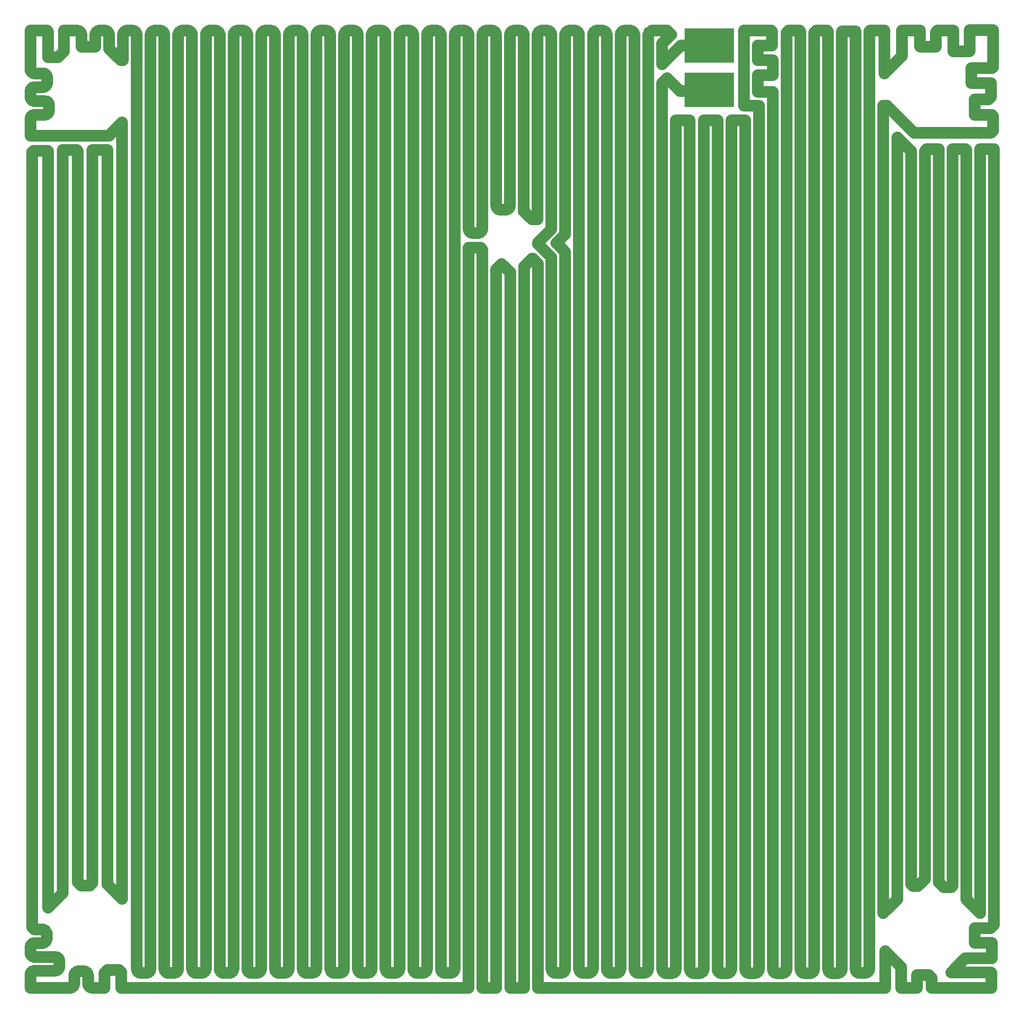
<source format=gbr>
G04 #@! TF.GenerationSoftware,KiCad,Pcbnew,7.0.6*
G04 #@! TF.CreationDate,2023-10-21T01:30:07+00:00*
G04 #@! TF.ProjectId,HeatedBedFoil,48656174-6564-4426-9564-466f696c2e6b,rev?*
G04 #@! TF.SameCoordinates,Original*
G04 #@! TF.FileFunction,Copper,L1,Top*
G04 #@! TF.FilePolarity,Positive*
%FSLAX46Y46*%
G04 Gerber Fmt 4.6, Leading zero omitted, Abs format (unit mm)*
G04 Created by KiCad (PCBNEW 7.0.6) date 2023-10-21 01:30:07*
%MOMM*%
%LPD*%
G01*
G04 APERTURE LIST*
G04 #@! TA.AperFunction,SMDPad,CuDef*
%ADD10R,10.000000X7.000000*%
G04 #@! TD*
G04 #@! TA.AperFunction,Conductor*
%ADD11C,2.400000*%
G04 #@! TD*
G04 APERTURE END LIST*
D10*
X179900000Y-46000000D03*
X179900000Y-55000000D03*
D11*
X108760000Y-43840000D02*
X108760000Y-233160000D01*
X77960000Y-233160000D02*
X77960000Y-43840000D01*
X237400000Y-63300000D02*
X237400000Y-60300000D01*
X229200000Y-216400000D02*
X229200000Y-67000000D01*
X192500000Y-43000000D02*
X192600000Y-43100000D01*
X69560000Y-43840000D02*
X69560000Y-233160000D01*
X148991587Y-86063461D02*
X150760000Y-84295048D01*
X223600000Y-215000000D02*
X223600000Y-67400000D01*
X192800000Y-49000000D02*
X192800000Y-52000000D01*
X237100000Y-237000000D02*
X225000000Y-237000000D01*
X66760000Y-233160000D02*
X66760000Y-43840000D01*
X215200000Y-60800000D02*
X215200000Y-221896342D01*
X53254000Y-233650000D02*
X52134000Y-233650000D01*
X220800000Y-216000000D02*
X221200000Y-216400000D01*
X119960000Y-43840000D02*
X119960000Y-233160000D01*
X45910000Y-67310000D02*
X46000000Y-67400000D01*
X211520000Y-234000000D02*
X210400000Y-234000000D01*
X170400000Y-49800000D02*
X174200000Y-46000000D01*
X189800000Y-55400000D02*
X192800000Y-55400000D01*
X209560000Y-233160000D02*
X209560000Y-43160000D01*
X167560000Y-233160000D02*
X167560000Y-43840000D01*
X237200000Y-50600000D02*
X237400000Y-50400000D01*
X43203479Y-225125479D02*
X42800000Y-224722000D01*
X42400000Y-237000000D02*
X42400000Y-234362000D01*
X223600000Y-67400000D02*
X224000000Y-67000000D01*
X55560000Y-46300000D02*
X55560000Y-43840000D01*
X237100000Y-234000000D02*
X237100000Y-237000000D01*
X237400000Y-50400000D02*
X237400000Y-42900000D01*
X150760000Y-87800000D02*
X149023461Y-86063461D01*
X232000000Y-67200000D02*
X232000000Y-219100000D01*
X132000000Y-84000000D02*
X133120000Y-84000000D01*
X204000000Y-233200000D02*
X204000000Y-43200000D01*
X52000000Y-215600000D02*
X52700000Y-216300000D01*
X222600000Y-43000000D02*
X219000000Y-43000000D01*
X128360000Y-233160000D02*
X128360000Y-43840000D01*
X176840000Y-234040000D02*
X177960000Y-234040000D01*
X147960000Y-88960000D02*
X147960000Y-233160000D01*
X123600000Y-43000000D02*
X124720000Y-43000000D01*
X137900000Y-90300000D02*
X136800000Y-91400000D01*
X139560000Y-78460000D02*
X139560000Y-43840000D01*
X134800000Y-43000000D02*
X135920000Y-43000000D01*
X181600000Y-61200000D02*
X181600000Y-233200000D01*
X182440000Y-234040000D02*
X183560000Y-234040000D01*
X105960000Y-233160000D02*
X105960000Y-43840000D01*
X218800000Y-237000000D02*
X218800000Y-232800000D01*
X61000000Y-61600000D02*
X58338000Y-64262000D01*
X42800000Y-67602000D02*
X43092000Y-67310000D01*
X148800000Y-234000000D02*
X149920000Y-234000000D01*
X222000000Y-234400000D02*
X222000000Y-237000000D01*
X192800000Y-55400000D02*
X192800000Y-233200000D01*
X233700000Y-227900000D02*
X233700000Y-224900000D01*
X144000000Y-89200000D02*
X142400000Y-90800000D01*
X46000000Y-43200000D02*
X46000000Y-48400000D01*
X115200000Y-234000000D02*
X116320000Y-234000000D01*
X203800000Y-43000000D02*
X201600000Y-43000000D01*
X178800000Y-61200000D02*
X181600000Y-61200000D01*
X101200000Y-43000000D02*
X102320000Y-43000000D01*
X162800000Y-43000000D02*
X163920000Y-43000000D01*
X161960000Y-233160000D02*
X161960000Y-43840000D01*
X57400000Y-234000000D02*
X57400000Y-237000000D01*
X171402641Y-43002641D02*
X172200000Y-43800000D01*
X176000000Y-61200000D02*
X176000000Y-233200000D01*
X237600000Y-224200000D02*
X237600000Y-213200000D01*
X189800000Y-49000000D02*
X192800000Y-49000000D01*
X234800000Y-67000000D02*
X237600000Y-67000000D01*
X58000000Y-216000000D02*
X61000000Y-219000000D01*
X44977377Y-225125479D02*
X43203479Y-225125479D01*
X174200000Y-46000000D02*
X179400000Y-46000000D01*
X52700000Y-216300000D02*
X54500000Y-216300000D01*
X117160000Y-233160000D02*
X117160000Y-43840000D01*
X50454000Y-237000000D02*
X42400000Y-237000000D01*
X226400000Y-215600000D02*
X227400000Y-216600000D01*
X73200000Y-43000000D02*
X74320000Y-43000000D01*
X42400000Y-50800000D02*
X42400000Y-43000000D01*
X195600000Y-233200000D02*
X195600000Y-43400000D01*
X67600000Y-43000000D02*
X68720000Y-43000000D01*
X43092000Y-67310000D02*
X45910000Y-67310000D01*
X173200000Y-61200000D02*
X176000000Y-61200000D01*
X72360000Y-233160000D02*
X72360000Y-43840000D01*
X111560000Y-233160000D02*
X111560000Y-43840000D01*
X222700000Y-46300000D02*
X222600000Y-46200000D01*
X215400000Y-43000000D02*
X212520000Y-43000000D01*
X200360000Y-234040000D02*
X199240000Y-234040000D01*
X145200000Y-90200000D02*
X144200000Y-89200000D01*
X236900000Y-224900000D02*
X237600000Y-224200000D01*
X230100000Y-47100000D02*
X230000000Y-47200000D01*
X233700000Y-56900000D02*
X236500000Y-56900000D01*
X215896342Y-58200000D02*
X221396342Y-63700000D01*
X236900000Y-227900000D02*
X233700000Y-227900000D01*
X90000000Y-43000000D02*
X91120000Y-43000000D01*
X86360000Y-43840000D02*
X86360000Y-233160000D01*
X60400000Y-233400000D02*
X58000000Y-233400000D01*
X187200000Y-61200000D02*
X187200000Y-233200000D01*
X76000000Y-234000000D02*
X77120000Y-234000000D01*
X136760000Y-43840000D02*
X136760000Y-78422255D01*
X228926171Y-233861829D02*
X236961829Y-233861829D01*
X236961829Y-233861829D02*
X237100000Y-234000000D01*
X190000000Y-58200000D02*
X187000000Y-58200000D01*
X236900000Y-231000000D02*
X231788000Y-231000000D01*
X198400000Y-233200000D02*
X198400000Y-43200000D01*
X204000000Y-43200000D02*
X203800000Y-43000000D01*
X60703658Y-49000000D02*
X61160000Y-49000000D01*
X149023461Y-86063461D02*
X148991587Y-86063461D01*
X156360000Y-233160000D02*
X156360000Y-43840000D01*
X150760000Y-84295048D02*
X150760000Y-43840000D01*
X229400000Y-47200000D02*
X229400000Y-43000000D01*
X227400000Y-216600000D02*
X229000000Y-216600000D01*
X52000000Y-67400000D02*
X52000000Y-215600000D01*
X189800000Y-52000000D02*
X189800000Y-55400000D01*
X46000000Y-220800000D02*
X49000000Y-217800000D01*
X225800000Y-46300000D02*
X222700000Y-46300000D01*
X52760000Y-46300000D02*
X55560000Y-46300000D01*
X164760000Y-43840000D02*
X164760000Y-233160000D01*
X171240000Y-234040000D02*
X172360000Y-234040000D01*
X106800000Y-43000000D02*
X107920000Y-43000000D01*
X220800000Y-67400000D02*
X220800000Y-216000000D01*
X212360000Y-43160000D02*
X212360000Y-233160000D01*
X187000000Y-58200000D02*
X187000000Y-43000000D01*
X237400000Y-60300000D02*
X237200000Y-60100000D01*
X55000000Y-215800000D02*
X55000000Y-67200000D01*
X212520000Y-43000000D02*
X212360000Y-43160000D01*
X225000000Y-237000000D02*
X225000000Y-235000000D01*
X173200000Y-233200000D02*
X173200000Y-61200000D01*
X94760000Y-233160000D02*
X94760000Y-43840000D01*
X215600000Y-237000000D02*
X145200000Y-237000000D01*
X45800000Y-43000000D02*
X46000000Y-43200000D01*
X170400000Y-45600000D02*
X170400000Y-49800000D01*
X219000000Y-43000000D02*
X219000000Y-48096342D01*
X112400000Y-43000000D02*
X113520000Y-43000000D01*
X226200000Y-43000000D02*
X225800000Y-43400000D01*
X104000000Y-234000000D02*
X105120000Y-234000000D01*
X43240000Y-60040000D02*
X45360000Y-60040000D01*
X42400000Y-229882000D02*
X42400000Y-228762000D01*
X237200000Y-60100000D02*
X233700000Y-60100000D01*
X233700000Y-224900000D02*
X236900000Y-224900000D01*
X160000000Y-234000000D02*
X161120000Y-234000000D01*
X215200000Y-61050000D02*
X215200000Y-58200000D01*
X237000000Y-53600000D02*
X233000000Y-53600000D01*
X84400000Y-43000000D02*
X85520000Y-43000000D01*
X146000000Y-43000000D02*
X147120000Y-43000000D01*
X157200000Y-43000000D02*
X158320000Y-43000000D01*
X225000000Y-235000000D02*
X224400000Y-234400000D01*
X224000000Y-67000000D02*
X226400000Y-67000000D01*
X133600000Y-87000000D02*
X131200000Y-87000000D01*
X179400000Y-55000000D02*
X179200000Y-55200000D01*
X56400000Y-43000000D02*
X57520000Y-43000000D01*
X171400000Y-52600000D02*
X170400000Y-53600000D01*
X206800000Y-43200000D02*
X206800000Y-233200000D01*
X144038175Y-81260000D02*
X145160000Y-81260000D01*
X57400000Y-237000000D02*
X54934000Y-237000000D01*
X225800000Y-43400000D02*
X225800000Y-46300000D01*
X54500000Y-216300000D02*
X55000000Y-215800000D01*
X151600000Y-43000000D02*
X152720000Y-43000000D01*
X147960000Y-43840000D02*
X147960000Y-83240000D01*
X43240000Y-54440000D02*
X44960000Y-54440000D01*
X229000000Y-216600000D02*
X229200000Y-216400000D01*
X145200000Y-237000000D02*
X145200000Y-90200000D01*
X184400000Y-233200000D02*
X184400000Y-61200000D01*
X222600000Y-46200000D02*
X222600000Y-43000000D01*
X226400000Y-67000000D02*
X226400000Y-215600000D01*
X58000000Y-233400000D02*
X57400000Y-234000000D01*
X142400000Y-90800000D02*
X142400000Y-237000000D01*
X153560000Y-43840000D02*
X153560000Y-233160000D01*
X195600000Y-43400000D02*
X196000000Y-43000000D01*
X61160000Y-49000000D02*
X61160000Y-43840000D01*
X42400000Y-43000000D02*
X45800000Y-43000000D01*
X218800000Y-232800000D02*
X215600000Y-229600000D01*
X209560000Y-43160000D02*
X206840000Y-43160000D01*
X51294000Y-234490000D02*
X51294000Y-236160000D01*
X42400000Y-64262000D02*
X42400000Y-60880000D01*
X140400000Y-43000000D02*
X141520000Y-43000000D01*
X232700000Y-42900000D02*
X232700000Y-47100000D01*
X215200000Y-58200000D02*
X215896342Y-58200000D01*
X215200000Y-221896342D02*
X218000000Y-219096342D01*
X230000000Y-47200000D02*
X229400000Y-47200000D01*
X142360000Y-79581825D02*
X144038175Y-81260000D01*
X219000000Y-48096342D02*
X215400000Y-51696342D01*
X237600000Y-214900000D02*
X237600000Y-213200000D01*
X179200000Y-55200000D02*
X174000000Y-55200000D01*
X137637745Y-79300000D02*
X138720000Y-79300000D01*
X184400000Y-61200000D02*
X187200000Y-61200000D01*
X80760000Y-43840000D02*
X80760000Y-233160000D01*
X92800000Y-234000000D02*
X93920000Y-234000000D01*
X58360000Y-43840000D02*
X58360000Y-46710000D01*
X70400000Y-234000000D02*
X71520000Y-234000000D01*
X133960000Y-83160000D02*
X133960000Y-43840000D01*
X187000000Y-43000000D02*
X192500000Y-43000000D01*
X218000000Y-64600000D02*
X220800000Y-67400000D01*
X100360000Y-233160000D02*
X100360000Y-43840000D01*
X109600000Y-234000000D02*
X110720000Y-234000000D01*
X231788000Y-231000000D02*
X228926171Y-233861829D01*
X145200000Y-86200000D02*
X147960000Y-88960000D01*
X46000000Y-48400000D02*
X48000000Y-48400000D01*
X49000000Y-67200000D02*
X51800000Y-67200000D01*
X47460000Y-230722000D02*
X43240000Y-230722000D01*
X201600000Y-43000000D02*
X201200000Y-43400000D01*
X51800000Y-67200000D02*
X52000000Y-67400000D01*
X131200000Y-237000000D02*
X60800000Y-237000000D01*
X126400000Y-234000000D02*
X127520000Y-234000000D01*
X49200000Y-43000000D02*
X51920000Y-43000000D01*
X192800000Y-52000000D02*
X189800000Y-52000000D01*
X98400000Y-234000000D02*
X99520000Y-234000000D01*
X237000000Y-56400000D02*
X237000000Y-53600000D01*
X52760000Y-43840000D02*
X52760000Y-46300000D01*
X46200000Y-59200000D02*
X46200000Y-58080000D01*
X42800000Y-224722000D02*
X42800000Y-67602000D01*
X129200000Y-43000000D02*
X130320000Y-43000000D01*
X134000000Y-87400000D02*
X133600000Y-87000000D01*
X232000000Y-219100000D02*
X234800000Y-221900000D01*
X55000000Y-67200000D02*
X58000000Y-67200000D01*
X125560000Y-43840000D02*
X125560000Y-233160000D01*
X139600000Y-237000000D02*
X139600000Y-92000000D01*
X233700000Y-60100000D02*
X233700000Y-56900000D01*
X131200000Y-87000000D02*
X131200000Y-237000000D01*
X145200000Y-86000000D02*
X145200000Y-86200000D01*
X95600000Y-43000000D02*
X96720000Y-43000000D01*
X89160000Y-233160000D02*
X89160000Y-43840000D01*
X150760000Y-233160000D02*
X150760000Y-87800000D01*
X237600000Y-67000000D02*
X237600000Y-213200000D01*
X218000000Y-219096342D02*
X218000000Y-64600000D01*
X189800000Y-46000000D02*
X189800000Y-49000000D01*
X229400000Y-43000000D02*
X226200000Y-43000000D01*
X61000000Y-219000000D02*
X61000000Y-61600000D01*
X78800000Y-43000000D02*
X79920000Y-43000000D01*
X230000000Y-47200000D02*
X232600000Y-47200000D01*
X118000000Y-43000000D02*
X119120000Y-43000000D01*
X168305652Y-43002641D02*
X171402641Y-43002641D01*
X48000000Y-48400000D02*
X49200000Y-47200000D01*
X43240000Y-227922000D02*
X44860000Y-227922000D01*
X131160000Y-43840000D02*
X131160000Y-83160000D01*
X64800000Y-234000000D02*
X65920000Y-234000000D01*
X120800000Y-234000000D02*
X121920000Y-234000000D01*
X221396342Y-63700000D02*
X237000000Y-63700000D01*
X122760000Y-233160000D02*
X122760000Y-43840000D01*
X114360000Y-43840000D02*
X114360000Y-233160000D01*
X147960000Y-83240000D02*
X145200000Y-86000000D01*
X43240000Y-233522000D02*
X47460000Y-233522000D01*
X237000000Y-63700000D02*
X237400000Y-63300000D01*
X48300000Y-232682000D02*
X48300000Y-231562000D01*
X45360000Y-57240000D02*
X43240000Y-57240000D01*
X139600000Y-92000000D02*
X137900000Y-90300000D01*
X231800000Y-67000000D02*
X232000000Y-67200000D01*
X54094000Y-236160000D02*
X54094000Y-234490000D01*
X237200000Y-231000000D02*
X237200000Y-227900000D01*
X233000000Y-50600000D02*
X237200000Y-50600000D01*
X42400000Y-56400000D02*
X42400000Y-55280000D01*
X222200000Y-216400000D02*
X223600000Y-215000000D01*
X83560000Y-233160000D02*
X83560000Y-43840000D01*
X159160000Y-43840000D02*
X159160000Y-233160000D01*
X60800000Y-233800000D02*
X60400000Y-233400000D01*
X178800000Y-233200000D02*
X178800000Y-61200000D01*
X87200000Y-234000000D02*
X88320000Y-234000000D01*
X142400000Y-237000000D02*
X139600000Y-237000000D01*
X206840000Y-43160000D02*
X206800000Y-43200000D01*
X58338000Y-64262000D02*
X42400000Y-64262000D01*
X45800000Y-53600000D02*
X45800000Y-52480000D01*
X234800000Y-221900000D02*
X234800000Y-67000000D01*
X142360000Y-43840000D02*
X142360000Y-79581825D01*
X45700000Y-227082000D02*
X45700000Y-225962000D01*
X205960000Y-234040000D02*
X204840000Y-234040000D01*
X145160000Y-81260000D02*
X145160000Y-43840000D01*
X44960000Y-51640000D02*
X43240000Y-51640000D01*
X237400000Y-42900000D02*
X232700000Y-42900000D01*
X91960000Y-43840000D02*
X91960000Y-233160000D01*
X192600000Y-46000000D02*
X189800000Y-46000000D01*
X103160000Y-43840000D02*
X103160000Y-233160000D01*
X192600000Y-43100000D02*
X192600000Y-46000000D01*
X222000000Y-237000000D02*
X218800000Y-237000000D01*
X188040000Y-234040000D02*
X189160000Y-234040000D01*
X201200000Y-43400000D02*
X201200000Y-233200000D01*
X172200000Y-43800000D02*
X170400000Y-45600000D01*
X215400000Y-51696342D02*
X215400000Y-43000000D01*
X236500000Y-56900000D02*
X237000000Y-56400000D01*
X224400000Y-234400000D02*
X222000000Y-234400000D01*
X58000000Y-67200000D02*
X58000000Y-216000000D01*
X49200000Y-47200000D02*
X49200000Y-43000000D01*
X81600000Y-234000000D02*
X82720000Y-234000000D01*
X233000000Y-53600000D02*
X233000000Y-50600000D01*
X97560000Y-43840000D02*
X97560000Y-233160000D01*
X196000000Y-43000000D02*
X198200000Y-43000000D01*
X221200000Y-216400000D02*
X222200000Y-216400000D01*
X154400000Y-234000000D02*
X155520000Y-234000000D01*
X60800000Y-237000000D02*
X60800000Y-233800000D01*
X170400000Y-53600000D02*
X170400000Y-233200000D01*
X229200000Y-67000000D02*
X231800000Y-67000000D01*
X193640000Y-234040000D02*
X194760000Y-234040000D01*
X136800000Y-237000000D02*
X134000000Y-237000000D01*
X190000000Y-233200000D02*
X190000000Y-58200000D01*
X75160000Y-43840000D02*
X75160000Y-233160000D01*
X134000000Y-237000000D02*
X134000000Y-87400000D01*
X46000000Y-67400000D02*
X46000000Y-220800000D01*
X215600000Y-229600000D02*
X215600000Y-237000000D01*
X232700000Y-47100000D02*
X232600000Y-47200000D01*
X62000000Y-43000000D02*
X63120000Y-43000000D01*
X63960000Y-43840000D02*
X63960000Y-233160000D01*
X144200000Y-89200000D02*
X144000000Y-89200000D01*
X174000000Y-55200000D02*
X171400000Y-52600000D01*
X49000000Y-217800000D02*
X49000000Y-67200000D01*
X136800000Y-91400000D02*
X136800000Y-237000000D01*
X58386829Y-46683171D02*
X60703658Y-49000000D01*
X165600000Y-234000000D02*
X166720000Y-234000000D01*
X162800000Y-43000000D02*
G75*
G03*
X161960000Y-43840000I0J-840000D01*
G01*
X77120000Y-234000000D02*
G75*
G03*
X77960000Y-233160000I0J840000D01*
G01*
X146000000Y-43000000D02*
G75*
G03*
X145160000Y-43840000I0J-840000D01*
G01*
X78800000Y-43000000D02*
G75*
G03*
X77960000Y-43840000I0J-840000D01*
G01*
X211520000Y-234000000D02*
G75*
G03*
X212360000Y-233160000I0J840000D01*
G01*
X75160000Y-233160000D02*
G75*
G03*
X76000000Y-234000000I840000J0D01*
G01*
X84400000Y-43000000D02*
G75*
G03*
X83560000Y-43840000I0J-840000D01*
G01*
X45800000Y-52480000D02*
G75*
G03*
X44960000Y-51640000I-840000J0D01*
G01*
X71520000Y-234000000D02*
G75*
G03*
X72360000Y-233160000I0J840000D01*
G01*
X80760000Y-233160000D02*
G75*
G03*
X81600000Y-234000000I840000J0D01*
G01*
X54094000Y-234490000D02*
G75*
G03*
X53254000Y-233650000I-840000J0D01*
G01*
X161120000Y-234000000D02*
G75*
G03*
X161960000Y-233160000I0J840000D01*
G01*
X181600000Y-233200000D02*
G75*
G03*
X182440000Y-234040000I840000J0D01*
G01*
X142360000Y-43840000D02*
G75*
G03*
X141520000Y-43000000I-840000J0D01*
G01*
X133120000Y-84000000D02*
G75*
G03*
X133960000Y-83160000I0J840000D01*
G01*
X99520000Y-234000000D02*
G75*
G03*
X100360000Y-233160000I0J840000D01*
G01*
X82720000Y-234000000D02*
G75*
G03*
X83560000Y-233160000I0J840000D01*
G01*
X44960000Y-54440000D02*
G75*
G03*
X45800000Y-53600000I0J840000D01*
G01*
X159160000Y-43840000D02*
G75*
G03*
X158320000Y-43000000I-840000J0D01*
G01*
X86360000Y-43840000D02*
G75*
G03*
X85520000Y-43000000I-840000J0D01*
G01*
X168305657Y-43002680D02*
G75*
G03*
X167560000Y-43840000I99543J-839320D01*
G01*
X50454000Y-237000000D02*
G75*
G03*
X51294000Y-236160000I0J840000D01*
G01*
X129200000Y-43000000D02*
G75*
G03*
X128360000Y-43840000I0J-840000D01*
G01*
X131160000Y-43840000D02*
G75*
G03*
X130320000Y-43000000I-840000J0D01*
G01*
X91960000Y-43840000D02*
G75*
G03*
X91120000Y-43000000I-840000J0D01*
G01*
X127520000Y-234000000D02*
G75*
G03*
X128360000Y-233160000I0J840000D01*
G01*
X159160000Y-233160000D02*
G75*
G03*
X160000000Y-234000000I840000J0D01*
G01*
X200360000Y-234040000D02*
G75*
G03*
X201200000Y-233200000I0J840000D01*
G01*
X149920000Y-234000000D02*
G75*
G03*
X150760000Y-233160000I0J840000D01*
G01*
X63960000Y-233160000D02*
G75*
G03*
X64800000Y-234000000I840000J0D01*
G01*
X136760000Y-43840000D02*
G75*
G03*
X135920000Y-43000000I-840000J0D01*
G01*
X157200000Y-43000000D02*
G75*
G03*
X156360000Y-43840000I0J-840000D01*
G01*
X97560000Y-233160000D02*
G75*
G03*
X98400000Y-234000000I840000J0D01*
G01*
X172360000Y-234040000D02*
G75*
G03*
X173200000Y-233200000I0J840000D01*
G01*
X114360000Y-43840000D02*
G75*
G03*
X113520000Y-43000000I-840000J0D01*
G01*
X125560000Y-233160000D02*
G75*
G03*
X126400000Y-234000000I840000J0D01*
G01*
X56400000Y-43000000D02*
G75*
G03*
X55560000Y-43840000I0J-840000D01*
G01*
X52760000Y-43840000D02*
G75*
G03*
X51920000Y-43000000I-840000J0D01*
G01*
X97560000Y-43840000D02*
G75*
G03*
X96720000Y-43000000I-840000J0D01*
G01*
X119960000Y-233160000D02*
G75*
G03*
X120800000Y-234000000I840000J0D01*
G01*
X138720000Y-79300000D02*
G75*
G03*
X139560000Y-78460000I0J840000D01*
G01*
X106800000Y-43000000D02*
G75*
G03*
X105960000Y-43840000I0J-840000D01*
G01*
X52134000Y-233650000D02*
G75*
G03*
X51294000Y-234490000I0J-840000D01*
G01*
X119960000Y-43840000D02*
G75*
G03*
X119120000Y-43000000I-840000J0D01*
G01*
X110720000Y-234000000D02*
G75*
G03*
X111560000Y-233160000I0J840000D01*
G01*
X108760000Y-43840000D02*
G75*
G03*
X107920000Y-43000000I-840000J0D01*
G01*
X54094000Y-236160000D02*
G75*
G03*
X54934000Y-237000000I840000J0D01*
G01*
X43240000Y-54440000D02*
G75*
G03*
X42400000Y-55280000I0J-840000D01*
G01*
X43240000Y-233522000D02*
G75*
G03*
X42400000Y-234362000I0J-840000D01*
G01*
X125560000Y-43840000D02*
G75*
G03*
X124720000Y-43000000I-840000J0D01*
G01*
X62000000Y-43000000D02*
G75*
G03*
X61160000Y-43840000I0J-840000D01*
G01*
X42400000Y-229882000D02*
G75*
G03*
X43240000Y-230722000I840000J0D01*
G01*
X164760000Y-233160000D02*
G75*
G03*
X165600000Y-234000000I840000J0D01*
G01*
X43240000Y-227922000D02*
G75*
G03*
X42400000Y-228762000I0J-840000D01*
G01*
X194760000Y-234040000D02*
G75*
G03*
X195600000Y-233200000I0J840000D01*
G01*
X164760000Y-43840000D02*
G75*
G03*
X163920000Y-43000000I-840000J0D01*
G01*
X204000000Y-233200000D02*
G75*
G03*
X204840000Y-234040000I840000J0D01*
G01*
X205960000Y-234040000D02*
G75*
G03*
X206800000Y-233200000I0J840000D01*
G01*
X88320000Y-234000000D02*
G75*
G03*
X89160000Y-233160000I0J840000D01*
G01*
X134800000Y-43000000D02*
G75*
G03*
X133960000Y-43840000I0J-840000D01*
G01*
X47460000Y-233522000D02*
G75*
G03*
X48300000Y-232682000I0J840000D01*
G01*
X136760000Y-78422255D02*
G75*
G03*
X137637745Y-79300000I877700J-45D01*
G01*
X166720000Y-234000000D02*
G75*
G03*
X167560000Y-233160000I0J840000D01*
G01*
X116320000Y-234000000D02*
G75*
G03*
X117160000Y-233160000I0J840000D01*
G01*
X58360000Y-43840000D02*
G75*
G03*
X57520000Y-43000000I-840000J0D01*
G01*
X86360000Y-233160000D02*
G75*
G03*
X87200000Y-234000000I840000J0D01*
G01*
X42400000Y-56400000D02*
G75*
G03*
X43240000Y-57240000I840000J0D01*
G01*
X114360000Y-233160000D02*
G75*
G03*
X115200000Y-234000000I840000J0D01*
G01*
X75160000Y-43840000D02*
G75*
G03*
X74320000Y-43000000I-840000J0D01*
G01*
X118000000Y-43000000D02*
G75*
G03*
X117160000Y-43840000I0J-840000D01*
G01*
X183560000Y-234040000D02*
G75*
G03*
X184400000Y-233200000I0J840000D01*
G01*
X67600000Y-43000000D02*
G75*
G03*
X66760000Y-43840000I0J-840000D01*
G01*
X69560000Y-233160000D02*
G75*
G03*
X70400000Y-234000000I840000J0D01*
G01*
X121920000Y-234000000D02*
G75*
G03*
X122760000Y-233160000I0J840000D01*
G01*
X48300000Y-231562000D02*
G75*
G03*
X47460000Y-230722000I-840000J0D01*
G01*
X147960000Y-233160000D02*
G75*
G03*
X148800000Y-234000000I840000J0D01*
G01*
X140400000Y-43000000D02*
G75*
G03*
X139560000Y-43840000I0J-840000D01*
G01*
X170400000Y-233200000D02*
G75*
G03*
X171240000Y-234040000I840000J0D01*
G01*
X103160000Y-233160000D02*
G75*
G03*
X104000000Y-234000000I840000J0D01*
G01*
X43240000Y-60040000D02*
G75*
G03*
X42400000Y-60880000I0J-840000D01*
G01*
X198400000Y-233200000D02*
G75*
G03*
X199240000Y-234040000I840000J0D01*
G01*
X151600000Y-43000000D02*
G75*
G03*
X150760000Y-43840000I0J-840000D01*
G01*
X101200000Y-43000000D02*
G75*
G03*
X100360000Y-43840000I0J-840000D01*
G01*
X112400000Y-43000000D02*
G75*
G03*
X111560000Y-43840000I0J-840000D01*
G01*
X44860000Y-227922000D02*
G75*
G03*
X45700000Y-227082000I0J840000D01*
G01*
X147960000Y-43840000D02*
G75*
G03*
X147120000Y-43000000I-840000J0D01*
G01*
X153560000Y-43840000D02*
G75*
G03*
X152720000Y-43000000I-840000J0D01*
G01*
X155520000Y-234000000D02*
G75*
G03*
X156360000Y-233160000I0J840000D01*
G01*
X45699983Y-225962000D02*
G75*
G03*
X44977377Y-225125479I-849783J-3700D01*
G01*
X42400000Y-50800000D02*
G75*
G03*
X43240000Y-51640000I840000J0D01*
G01*
X73200000Y-43000000D02*
G75*
G03*
X72360000Y-43840000I0J-840000D01*
G01*
X177960000Y-234040000D02*
G75*
G03*
X178800000Y-233200000I0J840000D01*
G01*
X209560000Y-233160000D02*
G75*
G03*
X210400000Y-234000000I840000J0D01*
G01*
X93920000Y-234000000D02*
G75*
G03*
X94760000Y-233160000I0J840000D01*
G01*
X105120000Y-234000000D02*
G75*
G03*
X105960000Y-233160000I0J840000D01*
G01*
X69560000Y-43840000D02*
G75*
G03*
X68720000Y-43000000I-840000J0D01*
G01*
X80760000Y-43840000D02*
G75*
G03*
X79920000Y-43000000I-840000J0D01*
G01*
X45360000Y-60040000D02*
G75*
G03*
X46200000Y-59200000I0J840000D01*
G01*
X95600000Y-43000000D02*
G75*
G03*
X94760000Y-43840000I0J-840000D01*
G01*
X90000000Y-43000000D02*
G75*
G03*
X89160000Y-43840000I0J-840000D01*
G01*
X103160000Y-43840000D02*
G75*
G03*
X102320000Y-43000000I-840000J0D01*
G01*
X46200000Y-58080000D02*
G75*
G03*
X45360000Y-57240000I-840000J0D01*
G01*
X91960000Y-233160000D02*
G75*
G03*
X92800000Y-234000000I840000J0D01*
G01*
X187200000Y-233200000D02*
G75*
G03*
X188040000Y-234040000I840000J0D01*
G01*
X189160000Y-234040000D02*
G75*
G03*
X190000000Y-233200000I0J840000D01*
G01*
X153560000Y-233160000D02*
G75*
G03*
X154400000Y-234000000I840000J0D01*
G01*
X131160000Y-83160000D02*
G75*
G03*
X132000000Y-84000000I840000J0D01*
G01*
X176000000Y-233200000D02*
G75*
G03*
X176840000Y-234040000I840000J0D01*
G01*
X108760000Y-233160000D02*
G75*
G03*
X109600000Y-234000000I840000J0D01*
G01*
X123600000Y-43000000D02*
G75*
G03*
X122760000Y-43840000I0J-840000D01*
G01*
X192800000Y-233200000D02*
G75*
G03*
X193640000Y-234040000I840000J0D01*
G01*
X65920000Y-234000000D02*
G75*
G03*
X66760000Y-233160000I0J840000D01*
G01*
X63960000Y-43840000D02*
G75*
G03*
X63120000Y-43000000I-840000J0D01*
G01*
M02*

</source>
